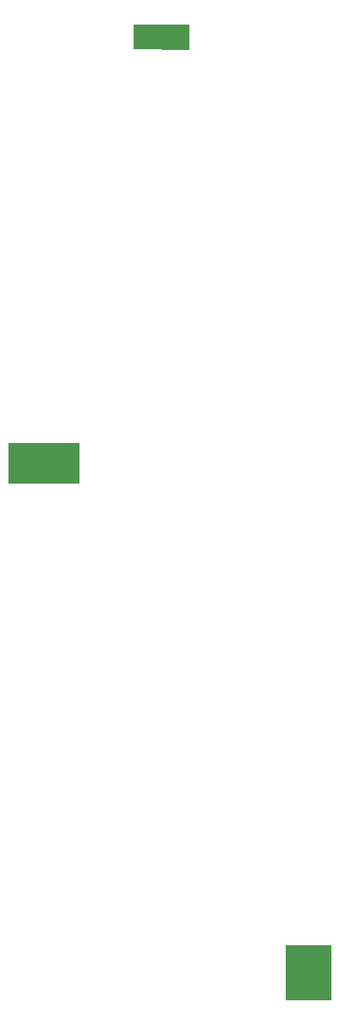
<source format=gbr>
%TF.GenerationSoftware,KiCad,Pcbnew,7.0.5*%
%TF.CreationDate,2023-07-18T08:52:37+01:00*%
%TF.ProjectId,rbuttons,72627574-746f-46e7-932e-6b696361645f,rev?*%
%TF.SameCoordinates,Original*%
%TF.FileFunction,OtherDrawing,Comment*%
%FSLAX46Y46*%
G04 Gerber Fmt 4.6, Leading zero omitted, Abs format (unit mm)*
G04 Created by KiCad (PCBNEW 7.0.5) date 2023-07-18 08:52:37*
%MOMM*%
%LPD*%
G01*
G04 APERTURE LIST*
%ADD10C,0.100000*%
G04 APERTURE END LIST*
%TO.C,C3*%
D10*
X117005000Y-25688000D02*
X111495000Y-25680000D01*
X111495000Y-23250000D01*
X117000000Y-23250000D01*
X117005000Y-25688000D01*
G36*
X117005000Y-25688000D02*
G01*
X111495000Y-25680000D01*
X111495000Y-23250000D01*
X117000000Y-23250000D01*
X117005000Y-25688000D01*
G37*
%TO.C,C2*%
X131251565Y-120677600D02*
X126746565Y-120685600D01*
X126746565Y-115325600D01*
X131251565Y-115317600D01*
X131251565Y-120677600D01*
G36*
X131251565Y-120677600D02*
G01*
X126746565Y-120685600D01*
X126746565Y-115325600D01*
X131251565Y-115317600D01*
X131251565Y-120677600D01*
G37*
%TO.C,C1*%
X106000000Y-69075000D02*
X99000000Y-69075000D01*
X99000000Y-65075000D01*
X106000000Y-65075000D01*
X106000000Y-69075000D01*
G36*
X106000000Y-69075000D02*
G01*
X99000000Y-69075000D01*
X99000000Y-65075000D01*
X106000000Y-65075000D01*
X106000000Y-69075000D01*
G37*
%TD*%
M02*

</source>
